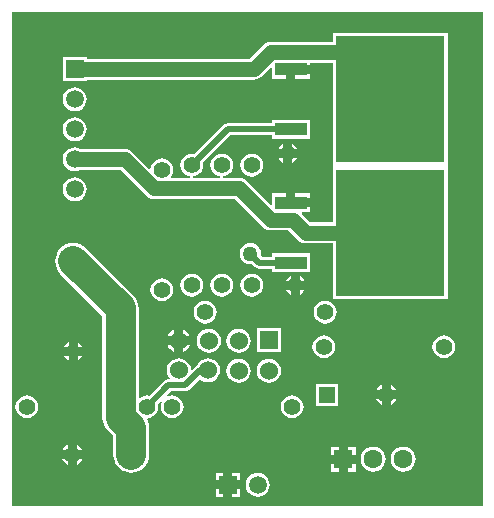
<source format=gbl>
%FSLAX25Y25*%
%MOIN*%
G70*
G01*
G75*
G04 Layer_Physical_Order=2*
G04 Layer_Color=16711680*
%ADD10R,0.36221X0.42126*%
%ADD11R,0.10630X0.04331*%
%ADD12C,0.02000*%
%ADD13C,0.02500*%
%ADD14C,0.03937*%
%ADD15C,0.10000*%
%ADD16C,0.05000*%
%ADD17C,0.01000*%
%ADD18R,0.06299X0.06299*%
%ADD19C,0.06299*%
%ADD20C,0.04724*%
%ADD21C,0.05315*%
%ADD22R,0.05315X0.05315*%
%ADD23C,0.06000*%
%ADD24R,0.06000X0.06000*%
%ADD25C,0.05512*%
%ADD26R,0.05906X0.05906*%
%ADD27C,0.05906*%
%ADD28R,0.05906X0.05906*%
%ADD29C,0.05000*%
G36*
X157000Y354D02*
X156646Y0D01*
X0D01*
Y164500D01*
X157000D01*
X157000Y354D01*
D02*
G37*
%LPC*%
G36*
X128180Y35500D02*
X126342D01*
Y33663D01*
X126687Y33805D01*
X127451Y34391D01*
X128037Y35155D01*
X128180Y35500D01*
D02*
G37*
G36*
X123343Y40337D02*
X122998Y40195D01*
X122234Y39608D01*
X121648Y38844D01*
X121505Y38500D01*
X123343D01*
Y40337D01*
D02*
G37*
G36*
X126342D02*
Y38500D01*
X128180D01*
X128037Y38844D01*
X127451Y39608D01*
X126687Y40195D01*
X126342Y40337D01*
D02*
G37*
G36*
X123343Y35500D02*
X121505D01*
X121648Y35155D01*
X122234Y34391D01*
X122998Y33805D01*
X123343Y33663D01*
Y35500D01*
D02*
G37*
G36*
X5000Y36788D02*
X4019Y36659D01*
X3106Y36281D01*
X2321Y35679D01*
X1719Y34894D01*
X1341Y33981D01*
X1212Y33000D01*
X1341Y32019D01*
X1719Y31106D01*
X2321Y30321D01*
X3106Y29719D01*
X4019Y29341D01*
X5000Y29212D01*
X5980Y29341D01*
X6894Y29719D01*
X7679Y30321D01*
X8281Y31106D01*
X8659Y32019D01*
X8788Y33000D01*
X8659Y33981D01*
X8281Y34894D01*
X7679Y35679D01*
X6894Y36281D01*
X5980Y36659D01*
X5000Y36788D01*
D02*
G37*
G36*
X93500D02*
X92519Y36659D01*
X91606Y36281D01*
X90821Y35679D01*
X90219Y34894D01*
X89841Y33981D01*
X89712Y33000D01*
X89841Y32019D01*
X90219Y31106D01*
X90821Y30321D01*
X91606Y29719D01*
X92519Y29341D01*
X93500Y29212D01*
X94481Y29341D01*
X95394Y29719D01*
X96179Y30321D01*
X96781Y31106D01*
X97159Y32019D01*
X97288Y33000D01*
X97159Y33981D01*
X96781Y34894D01*
X96179Y35679D01*
X95394Y36281D01*
X94481Y36659D01*
X93500Y36788D01*
D02*
G37*
G36*
X108815Y40657D02*
X101500D01*
Y33342D01*
X108815D01*
Y40657D01*
D02*
G37*
G36*
X23518Y50000D02*
X22000D01*
Y48482D01*
X22196Y48563D01*
X22898Y49102D01*
X23437Y49804D01*
X23518Y50000D01*
D02*
G37*
G36*
X104000Y56788D02*
X103019Y56659D01*
X102106Y56281D01*
X101321Y55679D01*
X100719Y54894D01*
X100341Y53980D01*
X100212Y53000D01*
X100341Y52020D01*
X100719Y51106D01*
X101321Y50321D01*
X102106Y49719D01*
X103019Y49341D01*
X104000Y49212D01*
X104981Y49341D01*
X105894Y49719D01*
X106679Y50321D01*
X107281Y51106D01*
X107659Y52020D01*
X107788Y53000D01*
X107659Y53980D01*
X107281Y54894D01*
X106679Y55679D01*
X105894Y56281D01*
X104981Y56659D01*
X104000Y56788D01*
D02*
G37*
G36*
X144000D02*
X143019Y56659D01*
X142106Y56281D01*
X141321Y55679D01*
X140719Y54894D01*
X140341Y53980D01*
X140212Y53000D01*
X140341Y52020D01*
X140719Y51106D01*
X141321Y50321D01*
X142106Y49719D01*
X143019Y49341D01*
X144000Y49212D01*
X144981Y49341D01*
X145894Y49719D01*
X146679Y50321D01*
X147281Y51106D01*
X147659Y52020D01*
X147788Y53000D01*
X147659Y53980D01*
X147281Y54894D01*
X146679Y55679D01*
X145894Y56281D01*
X144981Y56659D01*
X144000Y56788D01*
D02*
G37*
G36*
X19000Y50000D02*
X17482D01*
X17563Y49804D01*
X18102Y49102D01*
X18804Y48563D01*
X19000Y48482D01*
Y50000D01*
D02*
G37*
G36*
X75600Y49035D02*
X74556Y48897D01*
X73583Y48494D01*
X72747Y47853D01*
X72106Y47017D01*
X71703Y46044D01*
X71566Y45000D01*
X71703Y43956D01*
X72106Y42983D01*
X72747Y42147D01*
X73583Y41506D01*
X74556Y41103D01*
X75600Y40966D01*
X76644Y41103D01*
X77617Y41506D01*
X78453Y42147D01*
X79094Y42983D01*
X79497Y43956D01*
X79635Y45000D01*
X79497Y46044D01*
X79094Y47017D01*
X78453Y47853D01*
X77617Y48494D01*
X76644Y48897D01*
X75600Y49035D01*
D02*
G37*
G36*
X85700D02*
X84656Y48897D01*
X83683Y48494D01*
X82847Y47853D01*
X82206Y47017D01*
X81803Y46044D01*
X81665Y45000D01*
X81803Y43956D01*
X82206Y42983D01*
X82847Y42147D01*
X83683Y41506D01*
X84656Y41103D01*
X85700Y40966D01*
X86744Y41103D01*
X87717Y41506D01*
X88553Y42147D01*
X89194Y42983D01*
X89597Y43956D01*
X89735Y45000D01*
X89597Y46044D01*
X89194Y47017D01*
X88553Y47853D01*
X87717Y48494D01*
X86744Y48897D01*
X85700Y49035D01*
D02*
G37*
G36*
X20500Y87529D02*
X19324Y87413D01*
X18193Y87070D01*
X17151Y86513D01*
X16237Y85763D01*
X15487Y84850D01*
X14930Y83807D01*
X14587Y82676D01*
X14471Y81500D01*
X14587Y80324D01*
X14930Y79193D01*
X15487Y78150D01*
X16237Y77237D01*
X30215Y63259D01*
Y29373D01*
X30331Y28197D01*
X30674Y27066D01*
X31231Y26024D01*
X31981Y25110D01*
X33814Y23277D01*
Y17000D01*
X33929Y15824D01*
X34272Y14693D01*
X34830Y13650D01*
X35579Y12737D01*
X36493Y11987D01*
X37535Y11430D01*
X38666Y11087D01*
X39843Y10971D01*
X41019Y11087D01*
X42150Y11430D01*
X43192Y11987D01*
X44106Y12737D01*
X44855Y13650D01*
X45413Y14693D01*
X45756Y15824D01*
X45872Y17000D01*
Y25775D01*
X45756Y26951D01*
X45413Y28082D01*
X45028Y28801D01*
X45257Y29245D01*
X45981Y29341D01*
X46894Y29719D01*
X47679Y30321D01*
X48281Y31106D01*
X48659Y32019D01*
X48788Y33000D01*
X48683Y33799D01*
X49625Y34741D01*
X50041Y34464D01*
X49841Y33981D01*
X49712Y33000D01*
X49841Y32019D01*
X50219Y31106D01*
X50821Y30321D01*
X51606Y29719D01*
X52520Y29341D01*
X53500Y29212D01*
X54480Y29341D01*
X55394Y29719D01*
X56179Y30321D01*
X56781Y31106D01*
X57159Y32019D01*
X57288Y33000D01*
X57159Y33981D01*
X56781Y34894D01*
X56179Y35679D01*
X55394Y36281D01*
X54480Y36659D01*
X53500Y36788D01*
X52520Y36659D01*
X52036Y36459D01*
X51759Y36875D01*
X52945Y38061D01*
X57771D01*
X58552Y38216D01*
X59213Y38658D01*
X62691Y42136D01*
X63383Y41606D01*
X64356Y41203D01*
X65400Y41065D01*
X66444Y41203D01*
X67417Y41606D01*
X68253Y42247D01*
X68894Y43083D01*
X69297Y44056D01*
X69435Y45100D01*
X69297Y46144D01*
X68894Y47117D01*
X68253Y47953D01*
X67417Y48594D01*
X66444Y48997D01*
X65400Y49135D01*
X64356Y48997D01*
X63383Y48594D01*
X62547Y47953D01*
X61906Y47117D01*
X61797Y46855D01*
X61329Y46542D01*
X60152Y45365D01*
X59679Y45526D01*
X59597Y46144D01*
X59194Y47117D01*
X58553Y47953D01*
X57717Y48594D01*
X56744Y48997D01*
X55700Y49135D01*
X54656Y48997D01*
X53683Y48594D01*
X52847Y47953D01*
X52206Y47117D01*
X51803Y46144D01*
X51666Y45100D01*
X51803Y44056D01*
X52206Y43083D01*
X52586Y42588D01*
X52365Y42139D01*
X52100D01*
X51320Y41984D01*
X50658Y41542D01*
X45799Y36683D01*
X45000Y36788D01*
X44019Y36659D01*
X43106Y36281D01*
X42722Y35986D01*
X42273Y36207D01*
Y65756D01*
X42273Y65756D01*
X42157Y66932D01*
X41814Y68063D01*
X41257Y69105D01*
X40507Y70019D01*
X40507Y70019D01*
X24763Y85763D01*
X23850Y86513D01*
X22807Y87070D01*
X21676Y87413D01*
X20500Y87529D01*
D02*
G37*
G36*
X21657Y20337D02*
Y18500D01*
X23495D01*
X23352Y18845D01*
X22766Y19609D01*
X22002Y20195D01*
X21657Y20337D01*
D02*
G37*
G36*
X75953Y10953D02*
X73500D01*
Y8500D01*
X75953D01*
Y10953D01*
D02*
G37*
G36*
X120500Y19685D02*
X119417Y19543D01*
X118407Y19125D01*
X117541Y18460D01*
X116875Y17593D01*
X116457Y16583D01*
X116315Y15500D01*
X116457Y14417D01*
X116875Y13407D01*
X117541Y12540D01*
X118407Y11875D01*
X119417Y11457D01*
X120500Y11315D01*
X121583Y11457D01*
X122593Y11875D01*
X123459Y12540D01*
X124125Y13407D01*
X124543Y14417D01*
X124685Y15500D01*
X124543Y16583D01*
X124125Y17593D01*
X123459Y18460D01*
X122593Y19125D01*
X121583Y19543D01*
X120500Y19685D01*
D02*
G37*
G36*
X130500D02*
X129417Y19543D01*
X128407Y19125D01*
X127541Y18460D01*
X126875Y17593D01*
X126457Y16583D01*
X126315Y15500D01*
X126457Y14417D01*
X126875Y13407D01*
X127541Y12540D01*
X128407Y11875D01*
X129417Y11457D01*
X130500Y11315D01*
X131583Y11457D01*
X132593Y11875D01*
X133459Y12540D01*
X134125Y13407D01*
X134543Y14417D01*
X134685Y15500D01*
X134543Y16583D01*
X134125Y17593D01*
X133459Y18460D01*
X132593Y19125D01*
X131583Y19543D01*
X130500Y19685D01*
D02*
G37*
G36*
X70500Y10953D02*
X68047D01*
Y8500D01*
X70500D01*
Y10953D01*
D02*
G37*
G36*
X82000Y10987D02*
X80968Y10851D01*
X80007Y10453D01*
X79181Y9819D01*
X78547Y8993D01*
X78149Y8032D01*
X78013Y7000D01*
X78149Y5968D01*
X78547Y5007D01*
X79181Y4181D01*
X80007Y3547D01*
X80968Y3149D01*
X82000Y3013D01*
X83032Y3149D01*
X83993Y3547D01*
X84819Y4181D01*
X85453Y5007D01*
X85851Y5968D01*
X85987Y7000D01*
X85851Y8032D01*
X85453Y8993D01*
X84819Y9819D01*
X83993Y10453D01*
X83032Y10851D01*
X82000Y10987D01*
D02*
G37*
G36*
X70500Y5500D02*
X68047D01*
Y3047D01*
X70500D01*
Y5500D01*
D02*
G37*
G36*
X75953D02*
X73500D01*
Y3047D01*
X75953D01*
Y5500D01*
D02*
G37*
G36*
X109000Y19650D02*
X106350D01*
Y17000D01*
X109000D01*
Y19650D01*
D02*
G37*
G36*
X114650D02*
X112000D01*
Y17000D01*
X114650D01*
Y19650D01*
D02*
G37*
G36*
X18657Y20337D02*
X18313Y20195D01*
X17549Y19609D01*
X16963Y18845D01*
X16820Y18500D01*
X18657D01*
Y20337D01*
D02*
G37*
G36*
X23495Y15500D02*
X21657D01*
Y13663D01*
X22002Y13805D01*
X22766Y14391D01*
X23352Y15156D01*
X23495Y15500D01*
D02*
G37*
G36*
X109000Y14000D02*
X106350D01*
Y11350D01*
X109000D01*
Y14000D01*
D02*
G37*
G36*
X114650D02*
X112000D01*
Y11350D01*
X114650D01*
Y14000D01*
D02*
G37*
G36*
X18657Y15500D02*
X16820D01*
X16963Y15156D01*
X17549Y14391D01*
X18313Y13805D01*
X18657Y13663D01*
Y15500D01*
D02*
G37*
G36*
X65700Y59035D02*
X64656Y58897D01*
X63683Y58494D01*
X62847Y57853D01*
X62206Y57017D01*
X61803Y56044D01*
X61665Y55000D01*
X61803Y53956D01*
X62206Y52983D01*
X62847Y52147D01*
X63683Y51506D01*
X64656Y51103D01*
X65700Y50965D01*
X66744Y51103D01*
X67717Y51506D01*
X68553Y52147D01*
X69194Y52983D01*
X69597Y53956D01*
X69735Y55000D01*
X69597Y56044D01*
X69194Y57017D01*
X68553Y57853D01*
X67717Y58494D01*
X66744Y58897D01*
X65700Y59035D01*
D02*
G37*
G36*
X21000Y109487D02*
X19968Y109351D01*
X19007Y108953D01*
X18181Y108319D01*
X17547Y107493D01*
X17149Y106532D01*
X17013Y105500D01*
X17149Y104468D01*
X17547Y103507D01*
X18181Y102681D01*
X19007Y102047D01*
X19968Y101649D01*
X21000Y101513D01*
X22032Y101649D01*
X22993Y102047D01*
X23819Y102681D01*
X24453Y103507D01*
X24851Y104468D01*
X24987Y105500D01*
X24851Y106532D01*
X24453Y107493D01*
X23819Y108319D01*
X22993Y108953D01*
X22032Y109351D01*
X21000Y109487D01*
D02*
G37*
G36*
X99347Y104165D02*
X94532D01*
Y102500D01*
X99347D01*
Y104165D01*
D02*
G37*
G36*
X80000Y117288D02*
X79019Y117159D01*
X78106Y116781D01*
X77321Y116179D01*
X76719Y115394D01*
X76341Y114480D01*
X76212Y113500D01*
X76341Y112520D01*
X76719Y111606D01*
X77321Y110821D01*
X78106Y110219D01*
X79019Y109841D01*
X80000Y109712D01*
X80980Y109841D01*
X81894Y110219D01*
X82679Y110821D01*
X83281Y111606D01*
X83659Y112520D01*
X83788Y113500D01*
X83659Y114480D01*
X83281Y115394D01*
X82679Y116179D01*
X81894Y116781D01*
X80980Y117159D01*
X80000Y117288D01*
D02*
G37*
G36*
X79500Y87530D02*
X78586Y87410D01*
X77735Y87057D01*
X77004Y86496D01*
X76443Y85765D01*
X76090Y84914D01*
X75970Y84000D01*
X76090Y83086D01*
X76443Y82235D01*
X77004Y81504D01*
X77735Y80943D01*
X78586Y80590D01*
X79500Y80470D01*
X80071Y80545D01*
X81058Y79558D01*
X81720Y79116D01*
X82500Y78961D01*
X86717D01*
Y77835D01*
X99347D01*
Y84165D01*
X86717D01*
Y83039D01*
X83345D01*
X82955Y83429D01*
X83030Y84000D01*
X82910Y84914D01*
X82557Y85765D01*
X81996Y86496D01*
X81265Y87057D01*
X80414Y87410D01*
X79500Y87530D01*
D02*
G37*
G36*
X97667Y72000D02*
X96000D01*
Y70333D01*
X96265Y70443D01*
X96996Y71004D01*
X97557Y71735D01*
X97667Y72000D01*
D02*
G37*
G36*
X93000Y76667D02*
X92735Y76557D01*
X92004Y75996D01*
X91443Y75265D01*
X91333Y75000D01*
X93000D01*
Y76667D01*
D02*
G37*
G36*
X96000D02*
Y75000D01*
X97667D01*
X97557Y75265D01*
X96996Y75996D01*
X96265Y76557D01*
X96000Y76667D01*
D02*
G37*
G36*
X90500Y116000D02*
X88833D01*
X88943Y115735D01*
X89504Y115004D01*
X90235Y114443D01*
X90500Y114333D01*
Y116000D01*
D02*
G37*
G36*
X21000Y139487D02*
X19968Y139351D01*
X19007Y138953D01*
X18181Y138319D01*
X17547Y137493D01*
X17149Y136532D01*
X17013Y135500D01*
X17149Y134468D01*
X17547Y133507D01*
X18181Y132681D01*
X19007Y132047D01*
X19968Y131649D01*
X21000Y131513D01*
X22032Y131649D01*
X22993Y132047D01*
X23819Y132681D01*
X24453Y133507D01*
X24851Y134468D01*
X24987Y135500D01*
X24851Y136532D01*
X24453Y137493D01*
X23819Y138319D01*
X22993Y138953D01*
X22032Y139351D01*
X21000Y139487D01*
D02*
G37*
G36*
X99347Y144000D02*
X94532D01*
Y142335D01*
X99347D01*
Y144000D01*
D02*
G37*
G36*
X145283Y157563D02*
X107063D01*
Y154696D01*
X86267D01*
X85353Y154575D01*
X84502Y154223D01*
X83771Y153662D01*
X79139Y149030D01*
X24953D01*
Y149453D01*
X17047D01*
Y141547D01*
X24953D01*
Y141970D01*
X80601D01*
X81515Y142090D01*
X82367Y142443D01*
X83098Y143004D01*
X86255Y146161D01*
X86717Y145969D01*
Y142335D01*
X91531D01*
Y145500D01*
X93032D01*
Y147000D01*
X99347D01*
Y147635D01*
X107063D01*
Y113437D01*
X107063D01*
X107063Y113063D01*
X107063D01*
Y94530D01*
X99448D01*
X96605Y97373D01*
X96796Y97835D01*
X99347D01*
Y99500D01*
X93032D01*
Y101000D01*
X91531D01*
Y104165D01*
X86717D01*
Y100531D01*
X86255Y100339D01*
X78354Y108240D01*
X77622Y108801D01*
X76771Y109154D01*
X75857Y109274D01*
X70500D01*
X70468Y109773D01*
X70981Y109841D01*
X71894Y110219D01*
X72679Y110821D01*
X73281Y111606D01*
X73659Y112520D01*
X73788Y113500D01*
X73659Y114480D01*
X73281Y115394D01*
X72679Y116179D01*
X71894Y116781D01*
X70981Y117159D01*
X70000Y117288D01*
X69020Y117159D01*
X68106Y116781D01*
X67321Y116179D01*
X66719Y115394D01*
X66341Y114480D01*
X66212Y113500D01*
X66341Y112520D01*
X66719Y111606D01*
X67321Y110821D01*
X68106Y110219D01*
X69020Y109841D01*
X69532Y109773D01*
X69499Y109274D01*
X60501D01*
X60468Y109773D01*
X60980Y109841D01*
X61894Y110219D01*
X62679Y110821D01*
X63281Y111606D01*
X63659Y112520D01*
X63788Y113500D01*
X63683Y114299D01*
X72845Y123461D01*
X86717D01*
Y122335D01*
X99347D01*
Y128665D01*
X86717D01*
Y127539D01*
X72000D01*
X71220Y127384D01*
X70558Y126942D01*
X60799Y117183D01*
X60000Y117288D01*
X59020Y117159D01*
X58106Y116781D01*
X57321Y116179D01*
X56719Y115394D01*
X56341Y114480D01*
X56212Y113500D01*
X56341Y112520D01*
X56719Y111606D01*
X57321Y110821D01*
X58106Y110219D01*
X59020Y109841D01*
X59532Y109773D01*
X59500Y109274D01*
X53208D01*
X52987Y109723D01*
X53281Y110106D01*
X53659Y111020D01*
X53788Y112000D01*
X53659Y112980D01*
X53281Y113894D01*
X52679Y114679D01*
X51894Y115281D01*
X50981Y115659D01*
X50000Y115788D01*
X49020Y115659D01*
X48106Y115281D01*
X47321Y114679D01*
X46719Y113894D01*
X46341Y112980D01*
X46278Y112502D01*
X45804Y112341D01*
X40149Y117996D01*
X39418Y118557D01*
X38567Y118910D01*
X37653Y119030D01*
X22806D01*
X22032Y119351D01*
X21000Y119487D01*
X19968Y119351D01*
X19007Y118953D01*
X18181Y118319D01*
X17547Y117493D01*
X17149Y116532D01*
X17013Y115500D01*
X17149Y114468D01*
X17547Y113507D01*
X18181Y112681D01*
X19007Y112047D01*
X19968Y111649D01*
X21000Y111513D01*
X22032Y111649D01*
X22806Y111970D01*
X36191D01*
X44912Y103248D01*
X45644Y102687D01*
X46495Y102334D01*
X47409Y102214D01*
X74395D01*
X83771Y92838D01*
X84502Y92277D01*
X85353Y91925D01*
X86267Y91804D01*
X86267Y91804D01*
X92188D01*
X95489Y88504D01*
X96220Y87943D01*
X97072Y87590D01*
X97985Y87470D01*
X107063D01*
Y68937D01*
X145283D01*
Y113063D01*
X145283D01*
X145283Y113437D01*
X145283Y113437D01*
Y113437D01*
Y157563D01*
D02*
G37*
G36*
X21000Y129487D02*
X19968Y129351D01*
X19007Y128953D01*
X18181Y128319D01*
X17547Y127493D01*
X17149Y126532D01*
X17013Y125500D01*
X17149Y124468D01*
X17547Y123507D01*
X18181Y122681D01*
X19007Y122047D01*
X19968Y121649D01*
X21000Y121513D01*
X22032Y121649D01*
X22993Y122047D01*
X23819Y122681D01*
X24453Y123507D01*
X24851Y124468D01*
X24987Y125500D01*
X24851Y126532D01*
X24453Y127493D01*
X23819Y128319D01*
X22993Y128953D01*
X22032Y129351D01*
X21000Y129487D01*
D02*
G37*
G36*
X95167Y116000D02*
X93500D01*
Y114333D01*
X93765Y114443D01*
X94496Y115004D01*
X95057Y115735D01*
X95167Y116000D01*
D02*
G37*
G36*
X90500Y120667D02*
X90235Y120557D01*
X89504Y119996D01*
X88943Y119265D01*
X88833Y119000D01*
X90500D01*
Y120667D01*
D02*
G37*
G36*
X93500D02*
Y119000D01*
X95167D01*
X95057Y119265D01*
X94496Y119996D01*
X93765Y120557D01*
X93500Y120667D01*
D02*
G37*
G36*
X19000Y54518D02*
X18804Y54437D01*
X18102Y53898D01*
X17563Y53196D01*
X17482Y53000D01*
X19000D01*
Y54518D01*
D02*
G37*
G36*
X22000D02*
Y53000D01*
X23518D01*
X23437Y53196D01*
X22898Y53898D01*
X22196Y54437D01*
X22000Y54518D01*
D02*
G37*
G36*
X54200Y58708D02*
X53683Y58494D01*
X52847Y57853D01*
X52206Y57017D01*
X51992Y56500D01*
X54200D01*
Y58708D01*
D02*
G37*
G36*
X59408Y53500D02*
X57200D01*
Y51292D01*
X57717Y51506D01*
X58553Y52147D01*
X59194Y52983D01*
X59408Y53500D01*
D02*
G37*
G36*
X75600Y59035D02*
X74556Y58897D01*
X73583Y58494D01*
X72747Y57853D01*
X72106Y57017D01*
X71703Y56044D01*
X71566Y55000D01*
X71703Y53956D01*
X72106Y52983D01*
X72747Y52147D01*
X73583Y51506D01*
X74556Y51103D01*
X75600Y50965D01*
X76644Y51103D01*
X77617Y51506D01*
X78453Y52147D01*
X79094Y52983D01*
X79497Y53956D01*
X79635Y55000D01*
X79497Y56044D01*
X79094Y57017D01*
X78453Y57853D01*
X77617Y58494D01*
X76644Y58897D01*
X75600Y59035D01*
D02*
G37*
G36*
X89600Y59100D02*
X81600D01*
Y51100D01*
X89600D01*
Y59100D01*
D02*
G37*
G36*
X54200Y53500D02*
X51992D01*
X52206Y52983D01*
X52847Y52147D01*
X53683Y51506D01*
X54200Y51292D01*
Y53500D01*
D02*
G37*
G36*
X57200Y58708D02*
Y56500D01*
X59408D01*
X59194Y57017D01*
X58553Y57853D01*
X57717Y58494D01*
X57200Y58708D01*
D02*
G37*
G36*
X70000Y77288D02*
X69020Y77159D01*
X68106Y76781D01*
X67321Y76179D01*
X66719Y75394D01*
X66341Y74480D01*
X66212Y73500D01*
X66341Y72519D01*
X66719Y71606D01*
X67321Y70821D01*
X68106Y70219D01*
X69020Y69841D01*
X70000Y69712D01*
X70981Y69841D01*
X71894Y70219D01*
X72679Y70821D01*
X73281Y71606D01*
X73659Y72519D01*
X73788Y73500D01*
X73659Y74480D01*
X73281Y75394D01*
X72679Y76179D01*
X71894Y76781D01*
X70981Y77159D01*
X70000Y77288D01*
D02*
G37*
G36*
X80000D02*
X79019Y77159D01*
X78106Y76781D01*
X77321Y76179D01*
X76719Y75394D01*
X76341Y74480D01*
X76212Y73500D01*
X76341Y72519D01*
X76719Y71606D01*
X77321Y70821D01*
X78106Y70219D01*
X79019Y69841D01*
X80000Y69712D01*
X80980Y69841D01*
X81894Y70219D01*
X82679Y70821D01*
X83281Y71606D01*
X83659Y72519D01*
X83788Y73500D01*
X83659Y74480D01*
X83281Y75394D01*
X82679Y76179D01*
X81894Y76781D01*
X80980Y77159D01*
X80000Y77288D01*
D02*
G37*
G36*
X93000Y72000D02*
X91333D01*
X91443Y71735D01*
X92004Y71004D01*
X92735Y70443D01*
X93000Y70333D01*
Y72000D01*
D02*
G37*
G36*
X60000Y77288D02*
X59020Y77159D01*
X58106Y76781D01*
X57321Y76179D01*
X56719Y75394D01*
X56341Y74480D01*
X56212Y73500D01*
X56341Y72519D01*
X56719Y71606D01*
X57321Y70821D01*
X58106Y70219D01*
X59020Y69841D01*
X60000Y69712D01*
X60980Y69841D01*
X61894Y70219D01*
X62679Y70821D01*
X63281Y71606D01*
X63659Y72519D01*
X63788Y73500D01*
X63659Y74480D01*
X63281Y75394D01*
X62679Y76179D01*
X61894Y76781D01*
X60980Y77159D01*
X60000Y77288D01*
D02*
G37*
G36*
X64500Y68288D02*
X63520Y68159D01*
X62606Y67781D01*
X61821Y67179D01*
X61219Y66394D01*
X60841Y65481D01*
X60712Y64500D01*
X60841Y63520D01*
X61219Y62606D01*
X61821Y61821D01*
X62606Y61219D01*
X63520Y60841D01*
X64500Y60712D01*
X65481Y60841D01*
X66394Y61219D01*
X67179Y61821D01*
X67781Y62606D01*
X68159Y63520D01*
X68288Y64500D01*
X68159Y65481D01*
X67781Y66394D01*
X67179Y67179D01*
X66394Y67781D01*
X65481Y68159D01*
X64500Y68288D01*
D02*
G37*
G36*
X104500D02*
X103519Y68159D01*
X102606Y67781D01*
X101821Y67179D01*
X101219Y66394D01*
X100841Y65481D01*
X100712Y64500D01*
X100841Y63520D01*
X101219Y62606D01*
X101821Y61821D01*
X102606Y61219D01*
X103519Y60841D01*
X104500Y60712D01*
X105481Y60841D01*
X106394Y61219D01*
X107179Y61821D01*
X107781Y62606D01*
X108159Y63520D01*
X108288Y64500D01*
X108159Y65481D01*
X107781Y66394D01*
X107179Y67179D01*
X106394Y67781D01*
X105481Y68159D01*
X104500Y68288D01*
D02*
G37*
G36*
X50000Y75788D02*
X49020Y75659D01*
X48106Y75281D01*
X47321Y74679D01*
X46719Y73894D01*
X46341Y72980D01*
X46212Y72000D01*
X46341Y71020D01*
X46719Y70106D01*
X47321Y69321D01*
X48106Y68719D01*
X49020Y68341D01*
X50000Y68212D01*
X50981Y68341D01*
X51894Y68719D01*
X52679Y69321D01*
X53281Y70106D01*
X53659Y71020D01*
X53788Y72000D01*
X53659Y72980D01*
X53281Y73894D01*
X52679Y74679D01*
X51894Y75281D01*
X50981Y75659D01*
X50000Y75788D01*
D02*
G37*
%LPD*%
D10*
X126173Y91000D02*
D03*
Y135500D02*
D03*
D11*
X93032Y101000D02*
D03*
Y81000D02*
D03*
Y145500D02*
D03*
Y125500D02*
D03*
D12*
X45000Y33000D02*
X52100Y40100D01*
X57771D01*
X62771Y45100D01*
X65400D01*
X79500Y84000D02*
X82500Y81000D01*
X93032D01*
X60000Y113500D02*
X72000Y125500D01*
X93032D01*
D15*
X20500Y81500D02*
X36244Y65756D01*
Y29373D02*
Y65756D01*
Y29373D02*
X39843Y25775D01*
Y17000D02*
Y25775D01*
D16*
X21000Y115500D02*
X37653D01*
X47409Y105744D01*
X75857D01*
X86267Y95335D01*
X93651D01*
X97985Y91000D01*
X21000Y145500D02*
X80601D01*
X86267Y151165D02*
X110508D01*
X126173Y135500D01*
X80601Y145500D02*
X86267Y151165D01*
X97985Y91000D02*
X126173D01*
D18*
X110500Y15500D02*
D03*
D19*
X120500D02*
D03*
X130500D02*
D03*
D20*
X20500Y81500D02*
D03*
Y51500D02*
D03*
D21*
X20157Y17000D02*
D03*
X124843Y37000D02*
D03*
D22*
X39843Y17000D02*
D03*
X105157Y37000D02*
D03*
D23*
X55700Y55000D02*
D03*
Y45100D02*
D03*
X65700Y55000D02*
D03*
X65400Y45100D02*
D03*
X75600Y55000D02*
D03*
Y45000D02*
D03*
X85700D02*
D03*
D24*
X85600Y55100D02*
D03*
D25*
X60000Y73500D02*
D03*
Y113500D02*
D03*
X70000Y73500D02*
D03*
Y113500D02*
D03*
X80000Y73500D02*
D03*
Y113500D02*
D03*
X50000Y72000D02*
D03*
Y112000D02*
D03*
X45000Y33000D02*
D03*
X5000D02*
D03*
X53500D02*
D03*
X93500D02*
D03*
X64500Y64500D02*
D03*
X104500D02*
D03*
X104000Y53000D02*
D03*
X144000D02*
D03*
D26*
X21000Y145500D02*
D03*
D27*
Y135500D02*
D03*
Y125500D02*
D03*
Y115500D02*
D03*
Y105500D02*
D03*
X82000Y7000D02*
D03*
D28*
X72000D02*
D03*
D29*
X79500Y84000D02*
D03*
X94500Y73500D02*
D03*
X92000Y117500D02*
D03*
M02*

</source>
